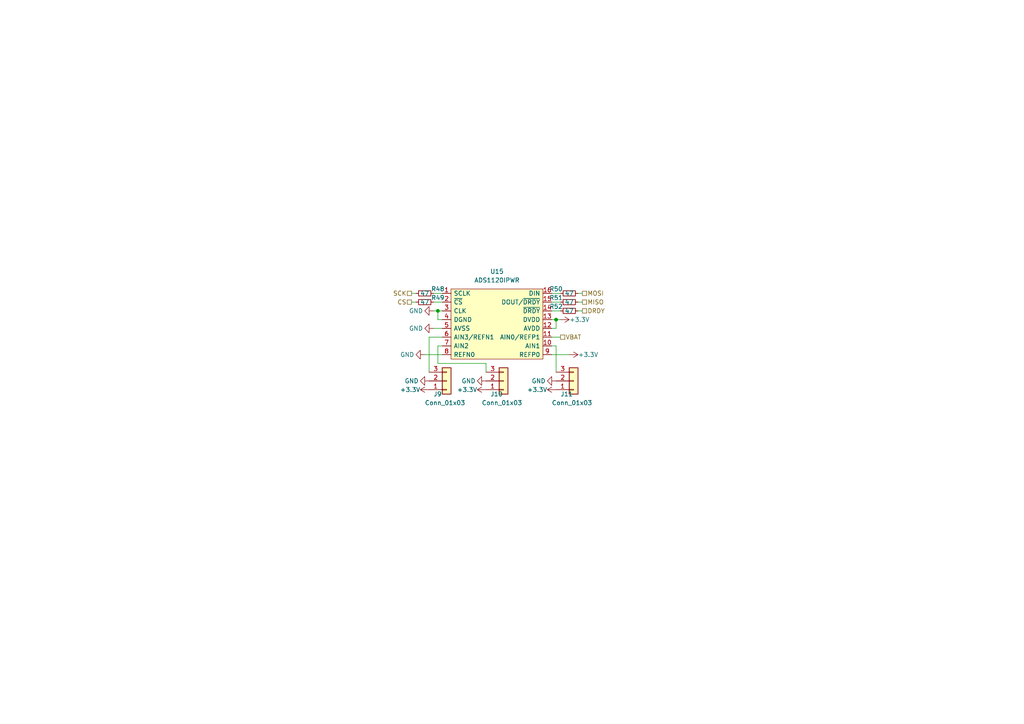
<source format=kicad_sch>
(kicad_sch (version 20211123) (generator eeschema)
  (paper "A4")
  (lib_symbols
    (symbol "ADS1120IPWR:ADS1120IPWR" (pin_names (offset 0.762))
      (property "Reference" "IC" (at 39.37 7.62 0))
      (property "Value" "ADS1120IPWR" (at 39.37 5.08 0))
      (symbol "ADS1120IPWR_0_0"
        (pin passive line (at 0 0 0) (length 2.54) (name "SCLK") (number "1"))
        (pin passive line (at 31.75 -15.24 180) (length 2.54) (name "AIN1") (number "10"))
        (pin passive line (at 31.75 -12.7 180) (length 2.54) (name "AIN0/REFP1") (number "11"))
        (pin passive line (at 31.75 -10.16 180) (length 2.54) (name "AVDD") (number "12"))
        (pin passive line (at 31.75 -7.62 180) (length 2.54) (name "DVDD") (number "13"))
        (pin passive line (at 31.75 -5.08 180) (length 2.54) (name "~{DRDY}") (number "14"))
        (pin passive line (at 31.75 -2.54 180) (length 2.54) (name "DOUT/~{DRDY}") (number "15"))
        (pin passive line (at 31.75 0 180) (length 2.54) (name "DIN") (number "16"))
        (pin passive line (at 0 -2.54 0) (length 2.54) (name "~{CS}") (number "2"))
        (pin passive line (at 0 -5.08 0) (length 2.54) (name "CLK") (number "3"))
        (pin passive line (at 0 -7.62 0) (length 2.54) (name "DGND") (number "4"))
        (pin passive line (at 0 -10.16 0) (length 2.54) (name "AVSS") (number "5"))
        (pin passive line (at 0 -12.7 0) (length 2.54) (name "AIN3/REFN1") (number "6"))
        (pin passive line (at 0 -15.24 0) (length 2.54) (name "AIN2") (number "7"))
        (pin passive line (at 0 -17.78 0) (length 2.54) (name "REFN0") (number "8"))
        (pin passive line (at 31.75 -17.78 180) (length 2.54) (name "REFP0") (number "9"))
      )
      (symbol "ADS1120IPWR_0_1"
        (rectangle (start 2.54 1.27) (end 29.21 -19.05) (stroke (width 0.1524)) (fill (type background)))
      )
    )
    (symbol "Connector_Generic:Conn_01x03" (pin_names (offset 1.016) hide)
      (property "Reference" "J" (at 0 5.08 0))
      (property "Value" "Conn_01x03" (at 0 -5.08 0))
      (symbol "Conn_01x03_1_1"
        (rectangle (start -1.27 -2.413) (end 0 -2.667) (stroke (width 0.1524)))
        (rectangle (start -1.27 0.127) (end 0 -0.127) (stroke (width 0.1524)))
        (rectangle (start -1.27 2.667) (end 0 2.413) (stroke (width 0.1524)))
        (rectangle (start -1.27 3.81) (end 1.27 -3.81) (stroke (width 0.254)) (fill (type background)))
        (pin passive line (at -5.08 2.54 0) (length 3.81) (name "Pin_1") (number "1"))
        (pin passive line (at -5.08 0 0) (length 3.81) (name "Pin_2") (number "2"))
        (pin passive line (at -5.08 -2.54 0) (length 3.81) (name "Pin_3") (number "3"))
      )
    )
    (symbol "Device:R_Small" (pin_numbers hide) (pin_names (offset 0.254) hide)
      (property "Reference" "R" (at 0.762 0.508 0))
      (property "Value" "R_Small" (at 0.762 -1.016 0))
      (symbol "R_Small_0_1"
        (rectangle (start -0.762 1.778) (end 0.762 -1.778) (stroke (width 0.2032)))
      )
      (symbol "R_Small_1_1"
        (pin passive line (at 0 2.54 270) (length 0.762) (name "~") (number "1"))
        (pin passive line (at 0 -2.54 90) (length 0.762) (name "~") (number "2"))
      )
    )
    (symbol "power:+3.3V" (power) (pin_names (offset 0))
      (property "Value" "+3.3V" (at 0 3.556 0))
      (symbol "+3.3V_0_1"
        (polyline (pts (xy -0.762 1.27) (xy 0 2.54)))
        (polyline (pts (xy 0 0) (xy 0 2.54)))
        (polyline (pts (xy 0 2.54) (xy 0.762 1.27)))
      )
      (symbol "+3.3V_1_1"
        (pin power_in line (at 0 0 90) (length 0) hide (name "+3.3V") (number "1"))
      )
    )
    (symbol "power:GND" (power) (pin_names (offset 0))
      (property "Value" "GND" (at 0 -3.81 0))
      (symbol "GND_0_1"
        (polyline (pts (xy 0 0) (xy 0 -1.27) (xy 1.27 -1.27) (xy 0 -2.54) (xy -1.27 -1.27) (xy 0 -1.27)))
      )
      (symbol "GND_1_1"
        (pin power_in line (at 0 0 270) (length 0) hide (name "GND") (number "1"))
      )
    )
  )
  (junction (at 127 90.17))
  (junction (at 161.29 92.71))
  (wire (pts (xy 123.19 102.87) (xy 128.27 102.87)))
  (wire (pts (xy 161.29 95.25) (xy 161.29 92.71)))
  (wire (pts (xy 140.97 105.41) (xy 140.97 107.95)))
  (wire (pts (xy 160.02 97.79) (xy 162.56 97.79)))
  (wire (pts (xy 167.64 85.09) (xy 168.91 85.09)))
  (wire (pts (xy 160.02 100.33) (xy 161.29 100.33)))
  (wire (pts (xy 128.27 90.17) (xy 127 90.17)))
  (wire (pts (xy 125.73 85.09) (xy 128.27 85.09)))
  (wire (pts (xy 161.29 92.71) (xy 162.56 92.71)))
  (wire (pts (xy 128.27 97.79) (xy 124.46 97.79)))
  (wire (pts (xy 167.64 90.17) (xy 168.91 90.17)))
  (wire (pts (xy 127 90.17) (xy 125.73 90.17)))
  (wire (pts (xy 125.73 95.25) (xy 128.27 95.25)))
  (wire (pts (xy 127 105.41) (xy 140.97 105.41)))
  (wire (pts (xy 160.02 85.09) (xy 162.56 85.09)))
  (wire (pts (xy 160.02 90.17) (xy 162.56 90.17)))
  (wire (pts (xy 160.02 95.25) (xy 161.29 95.25)))
  (wire (pts (xy 119.38 85.09) (xy 120.65 85.09)))
  (wire (pts (xy 125.73 87.63) (xy 128.27 87.63)))
  (wire (pts (xy 127 92.71) (xy 128.27 92.71)))
  (wire (pts (xy 161.29 100.33) (xy 161.29 107.95)))
  (wire (pts (xy 124.46 97.79) (xy 124.46 107.95)))
  (wire (pts (xy 161.29 92.71) (xy 160.02 92.71)))
  (wire (pts (xy 128.27 100.33) (xy 127 100.33)))
  (wire (pts (xy 127 92.71) (xy 127 90.17)))
  (wire (pts (xy 119.38 87.63) (xy 120.65 87.63)))
  (wire (pts (xy 160.02 102.87) (xy 165.1 102.87)))
  (wire (pts (xy 127 100.33) (xy 127 105.41)))
  (wire (pts (xy 167.64 87.63) (xy 168.91 87.63)))
  (wire (pts (xy 160.02 87.63) (xy 162.56 87.63)))
  (hierarchical_label "DRDY" (shape passive) (at 168.91 90.17 0))
  (hierarchical_label "SCK" (shape passive) (at 119.38 85.09 180))
  (hierarchical_label "CS" (shape passive) (at 119.38 87.63 180))
  (hierarchical_label "MISO" (shape passive) (at 168.91 87.63 0))
  (hierarchical_label "VBAT" (shape passive) (at 162.56 97.79 0))
  (hierarchical_label "MOSI" (shape passive) (at 168.91 85.09 0))
  (symbol (lib_id "Connector_Generic:Conn_01x03") (at 166.37 110.49 0) (mirror x) (unit 1)
    (property "Reference" "J11" (at 162.56 114.3 0) (effects (justify left)))
    (property "Value" "Conn_01x03" (at 160.02 116.84 0) (effects (justify left)))
    (property "Footprint" "B03B-PASK-1:B03B-PASK-1" (effects hide))
  )
  (symbol (lib_id "power:+3.3V") (at 165.1 102.87 270) (unit 1)
    (property "Reference" "#PWR0138" (effects hide))
    (property "Value" "+3.3V" (at 167.64 102.87 90) (effects (justify left)))
  )
  (symbol (lib_id "Device:R_Small") (at 165.1 87.63 90) (unit 1)
    (property "Reference" "R51" (at 161.29 86.36 90))
    (property "Value" "47" (at 165.1 87.63 90))
    (property "Footprint" "Resistor_SMD:R_0603_1608Metric_Pad0.98x0.95mm_HandSolder" (effects hide))
  )
  (symbol (lib_id "Connector_Generic:Conn_01x03") (at 146.05 110.49 0) (mirror x) (unit 1)
    (property "Reference" "J10" (at 142.24 114.3 0) (effects (justify left)))
    (property "Value" "Conn_01x03" (at 139.7 116.84 0) (effects (justify left)))
    (property "Footprint" "B03B-PASK-1:B03B-PASK-1" (effects hide))
  )
  (symbol (lib_id "Device:R_Small") (at 123.19 87.63 90) (unit 1)
    (property "Reference" "R49" (at 127 86.36 90))
    (property "Value" "47" (at 123.19 87.63 90))
    (property "Footprint" "Resistor_SMD:R_0603_1608Metric_Pad0.98x0.95mm_HandSolder" (effects hide))
  )
  (symbol (lib_id "power:GND") (at 161.29 110.49 270) (unit 1)
    (property "Reference" "#PWR0135" (effects hide))
    (property "Value" "GND" (at 156.21 110.49 90))
  )
  (symbol (lib_id "Device:R_Small") (at 123.19 85.09 90) (unit 1)
    (property "Reference" "R48" (at 127 83.82 90))
    (property "Value" "47" (at 123.19 85.09 90))
    (property "Footprint" "Resistor_SMD:R_0603_1608Metric_Pad0.98x0.95mm_HandSolder" (effects hide))
  )
  (symbol (lib_id "Device:R_Small") (at 165.1 90.17 90) (unit 1)
    (property "Reference" "R52" (at 161.29 88.9 90))
    (property "Value" "47" (at 165.1 90.17 90))
    (property "Footprint" "Resistor_SMD:R_0603_1608Metric_Pad0.98x0.95mm_HandSolder" (effects hide))
  )
  (symbol (lib_id "Device:R_Small") (at 165.1 85.09 90) (unit 1)
    (property "Reference" "R50" (at 161.29 83.82 90))
    (property "Value" "47" (at 165.1 85.09 90))
    (property "Footprint" "Resistor_SMD:R_0603_1608Metric_Pad0.98x0.95mm_HandSolder" (effects hide))
  )
  (symbol (lib_id "power:GND") (at 125.73 95.25 270) (unit 1)
    (property "Reference" "#PWR0132" (effects hide))
    (property "Value" "GND" (at 120.65 95.25 90))
  )
  (symbol (lib_id "power:+3.3V") (at 140.97 113.03 90) (mirror x) (unit 1)
    (property "Reference" "#PWR0134" (effects hide))
    (property "Value" "+3.3V" (at 138.43 113.03 90) (effects (justify left)))
  )
  (symbol (lib_id "power:GND") (at 124.46 110.49 270) (unit 1)
    (property "Reference" "#PWR0129" (effects hide))
    (property "Value" "GND" (at 119.38 110.49 90))
  )
  (symbol (lib_id "power:GND") (at 123.19 102.87 270) (unit 1)
    (property "Reference" "#PWR0128" (effects hide))
    (property "Value" "GND" (at 118.11 102.87 90))
  )
  (symbol (lib_id "power:+3.3V") (at 124.46 113.03 90) (mirror x) (unit 1)
    (property "Reference" "#PWR0130" (effects hide))
    (property "Value" "+3.3V" (at 121.92 113.03 90) (effects (justify left)))
  )
  (symbol (lib_id "power:+3.3V") (at 162.56 92.71 270) (unit 1)
    (property "Reference" "#PWR0137" (effects hide))
    (property "Value" "+3.3V" (at 165.1 92.71 90) (effects (justify left)))
  )
  (symbol (lib_id "power:+3.3V") (at 161.29 113.03 90) (mirror x) (unit 1)
    (property "Reference" "#PWR0136" (effects hide))
    (property "Value" "+3.3V" (at 158.75 113.03 90) (effects (justify left)))
  )
  (symbol (lib_id "ADS1120IPWR:ADS1120IPWR") (at 128.27 85.09 0) (unit 1)
    (property "Reference" "U15" (at 144.145 78.74 0))
    (property "Value" "ADS1120IPWR" (at 144.145 81.28 0))
    (property "Footprint" "ADS1120IPWR:ADS1120IPWR" (effects hide))
    (property "Datasheet" "http://www.ti.com/lit/gpn/ads1120" (effects hide))
    (property "Description" "16-bit, 2-kSPS, 4-ch, low-power, small-size delta-sigma ADC with PGA, VREF, 2x IDACs & SPI interface" (effects hide))
    (property "Height" "1.2" (effects hide))
    (property "Manufacturer_Name" "Texas Instruments" (effects hide))
    (property "Manufacturer_Part_Number" "ADS1120IPWR" (effects hide))
    (property "Mouser Part Number" "595-ADS1120IPWR" (effects hide))
    (property "Mouser Price/Stock" "https://www.mouser.co.uk/ProductDetail/Texas-Instruments/ADS1120IPWR?qs=%252BFzhjShcsaKkJ21qPRUHUw%3D%3D" (effects hide))
    (property "Arrow Part Number" "ADS1120IPWR" (effects hide))
    (property "Arrow Price/Stock" "https://www.arrow.com/en/products/ads1120ipwr/texas-instruments?region=nac" (effects hide))
  )
  (symbol (lib_id "power:GND") (at 140.97 110.49 270) (unit 1)
    (property "Reference" "#PWR0133" (effects hide))
    (property "Value" "GND" (at 135.89 110.49 90))
  )
  (symbol (lib_id "Connector_Generic:Conn_01x03") (at 129.54 110.49 0) (mirror x) (unit 1)
    (property "Reference" "J9" (at 125.73 114.3 0) (effects (justify left)))
    (property "Value" "Conn_01x03" (at 123.19 116.84 0) (effects (justify left)))
    (property "Footprint" "B03B-PASK-1:B03B-PASK-1" (effects hide))
  )
  (symbol (lib_id "power:GND") (at 125.73 90.17 270) (unit 1)
    (property "Reference" "#PWR0131" (effects hide))
    (property "Value" "GND" (at 120.65 90.17 90))
  )
)
</source>
